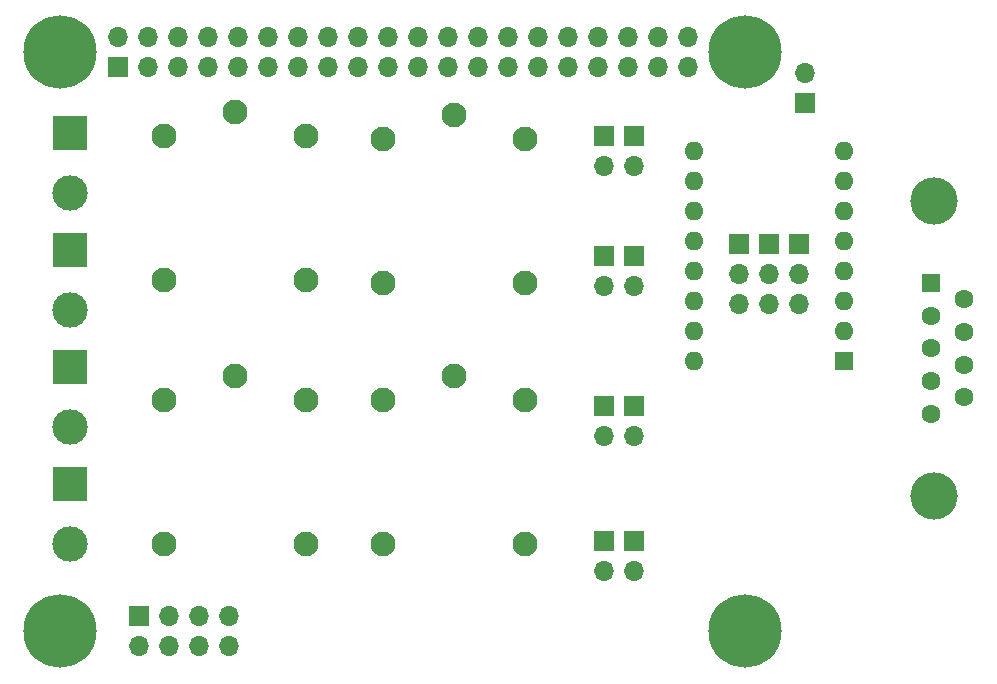
<source format=gbs>
G04 #@! TF.GenerationSoftware,KiCad,Pcbnew,(5.1.5)-3*
G04 #@! TF.CreationDate,2020-10-30T12:58:58+01:00*
G04 #@! TF.ProjectId,relais_hat,72656c61-6973-45f6-9861-742e6b696361,rev?*
G04 #@! TF.SameCoordinates,Original*
G04 #@! TF.FileFunction,Soldermask,Bot*
G04 #@! TF.FilePolarity,Negative*
%FSLAX46Y46*%
G04 Gerber Fmt 4.6, Leading zero omitted, Abs format (unit mm)*
G04 Created by KiCad (PCBNEW (5.1.5)-3) date 2020-10-30 12:58:58*
%MOMM*%
%LPD*%
G04 APERTURE LIST*
%ADD10O,1.700000X1.700000*%
%ADD11R,1.700000X1.700000*%
%ADD12C,4.000000*%
%ADD13C,1.600000*%
%ADD14R,1.600000X1.600000*%
%ADD15C,2.100000*%
%ADD16C,3.000000*%
%ADD17R,3.000000X3.000000*%
%ADD18O,1.600000X1.600000*%
%ADD19C,6.200000*%
G04 APERTURE END LIST*
D10*
X252070000Y-141110000D03*
D11*
X252070000Y-138570000D03*
D10*
X252070000Y-116980000D03*
D11*
X252070000Y-114440000D03*
D10*
X252070000Y-129680000D03*
D11*
X252070000Y-127140000D03*
D10*
X252070000Y-106820000D03*
D11*
X252070000Y-104280000D03*
D10*
X266548000Y-98946000D03*
D11*
X266548000Y-101486000D03*
D10*
X266040000Y-118504000D03*
X266040000Y-115964000D03*
D11*
X266040000Y-113424000D03*
D10*
X263500000Y-118504000D03*
X263500000Y-115964000D03*
D11*
X263500000Y-113424000D03*
D10*
X260960000Y-118504000D03*
X260960000Y-115964000D03*
D11*
X260960000Y-113424000D03*
D12*
X277516000Y-109766000D03*
X277516000Y-134766000D03*
D13*
X280056000Y-126421000D03*
X280056000Y-123651000D03*
X280056000Y-120881000D03*
X280056000Y-118111000D03*
X277216000Y-127806000D03*
X277216000Y-125036000D03*
X277216000Y-122266000D03*
X277216000Y-119496000D03*
D14*
X277216000Y-116726000D03*
D15*
X218288000Y-124628000D03*
X212288000Y-138828000D03*
X212288000Y-126628000D03*
X224288000Y-138828000D03*
X224288000Y-126628000D03*
X236830000Y-124628000D03*
X230830000Y-138828000D03*
X230830000Y-126628000D03*
X242830000Y-138828000D03*
X242830000Y-126628000D03*
X236830000Y-102530000D03*
X230830000Y-116730000D03*
X230830000Y-104530000D03*
X242830000Y-116730000D03*
X242830000Y-104530000D03*
X218288000Y-102276000D03*
X212288000Y-116476000D03*
X212288000Y-104276000D03*
X224288000Y-116476000D03*
X224288000Y-104276000D03*
D16*
X204318000Y-138824000D03*
D17*
X204318000Y-133744000D03*
D16*
X204318000Y-128918000D03*
D17*
X204318000Y-123838000D03*
D16*
X204318000Y-119012000D03*
D17*
X204318000Y-113932000D03*
D16*
X204318000Y-109106000D03*
D17*
X204318000Y-104026000D03*
D18*
X257150000Y-123330000D03*
X269850000Y-105550000D03*
X257150000Y-120790000D03*
X269850000Y-108090000D03*
X257150000Y-118250000D03*
X269850000Y-110630000D03*
X257150000Y-115710000D03*
X269850000Y-113170000D03*
X257150000Y-113170000D03*
X269850000Y-115710000D03*
X257150000Y-110630000D03*
X269850000Y-118250000D03*
X257150000Y-108090000D03*
X269850000Y-120790000D03*
X257150000Y-105550000D03*
D14*
X269850000Y-123330000D03*
D11*
X208382000Y-98438000D03*
D10*
X208382000Y-95898000D03*
X210922000Y-98438000D03*
X210922000Y-95898000D03*
X213462000Y-98438000D03*
X213462000Y-95898000D03*
X216002000Y-98438000D03*
X216002000Y-95898000D03*
X218542000Y-98438000D03*
X218542000Y-95898000D03*
X221082000Y-98438000D03*
X221082000Y-95898000D03*
X223622000Y-98438000D03*
X223622000Y-95898000D03*
X226162000Y-98438000D03*
X226162000Y-95898000D03*
X228702000Y-98438000D03*
X228702000Y-95898000D03*
X231242000Y-98438000D03*
X231242000Y-95898000D03*
X233782000Y-98438000D03*
X233782000Y-95898000D03*
X236322000Y-98438000D03*
X236322000Y-95898000D03*
X238862000Y-98438000D03*
X238862000Y-95898000D03*
X241402000Y-98438000D03*
X241402000Y-95898000D03*
X243942000Y-98438000D03*
X243942000Y-95898000D03*
X246482000Y-98438000D03*
X246482000Y-95898000D03*
X249022000Y-98438000D03*
X249022000Y-95898000D03*
X251562000Y-98438000D03*
X251562000Y-95898000D03*
X254102000Y-98438000D03*
X254102000Y-95898000D03*
X256642000Y-98438000D03*
X256642000Y-95898000D03*
X249530000Y-116980000D03*
D11*
X249530000Y-114440000D03*
D10*
X249530000Y-141110000D03*
D11*
X249530000Y-138570000D03*
D10*
X249530000Y-129680000D03*
D11*
X249530000Y-127140000D03*
D10*
X249530000Y-106820000D03*
D11*
X249530000Y-104280000D03*
D10*
X217780000Y-147460000D03*
X217780000Y-144920000D03*
X215240000Y-147460000D03*
X215240000Y-144920000D03*
X212700000Y-147460000D03*
X212700000Y-144920000D03*
X210160000Y-147460000D03*
D11*
X210160000Y-144920000D03*
D19*
X261510000Y-146190000D03*
X203510000Y-146200000D03*
X261510000Y-97200000D03*
X203510000Y-97200000D03*
M02*

</source>
